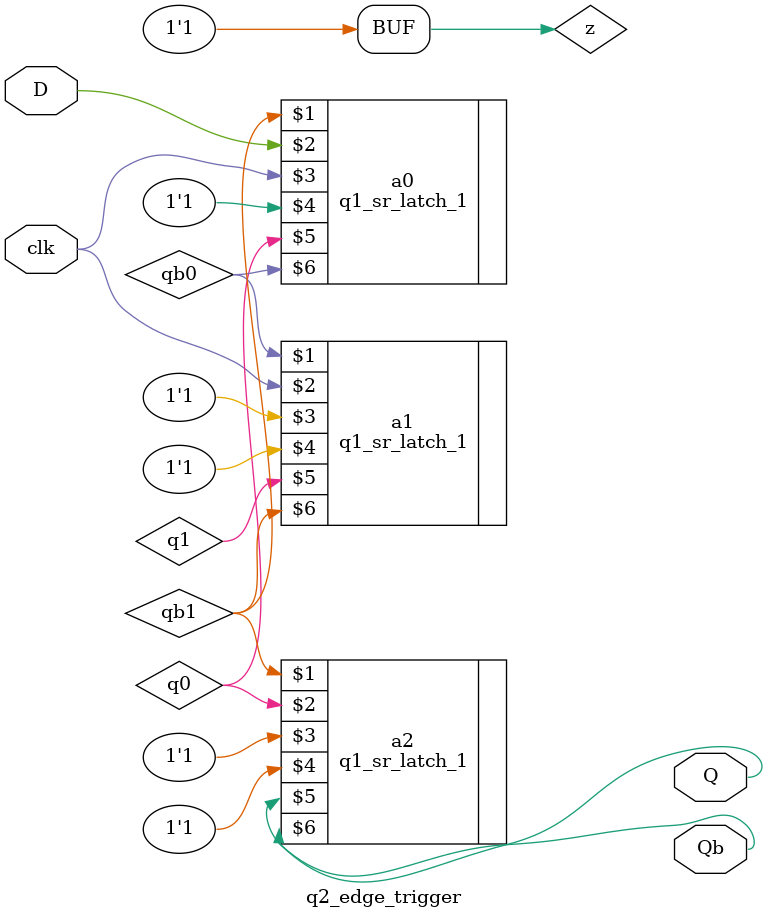
<source format=sv>
`timescale 1ns/1ns
module q2_edge_trigger(input D, clk, output Q, Qb);
    wire q0,qb0,q1,qb1;
    wire z=1'd1;
    q1_sr_latch_1 #(3,2) a0(qb1,D,clk,z,q0,qb0);
    q1_sr_latch_1 #(2,2) a1(qb0,clk,z,z,q1,qb1);
    q1_sr_latch_1 #(2,2) a2(qb1,q0,z,z,Q,Qb);
endmodule
</source>
